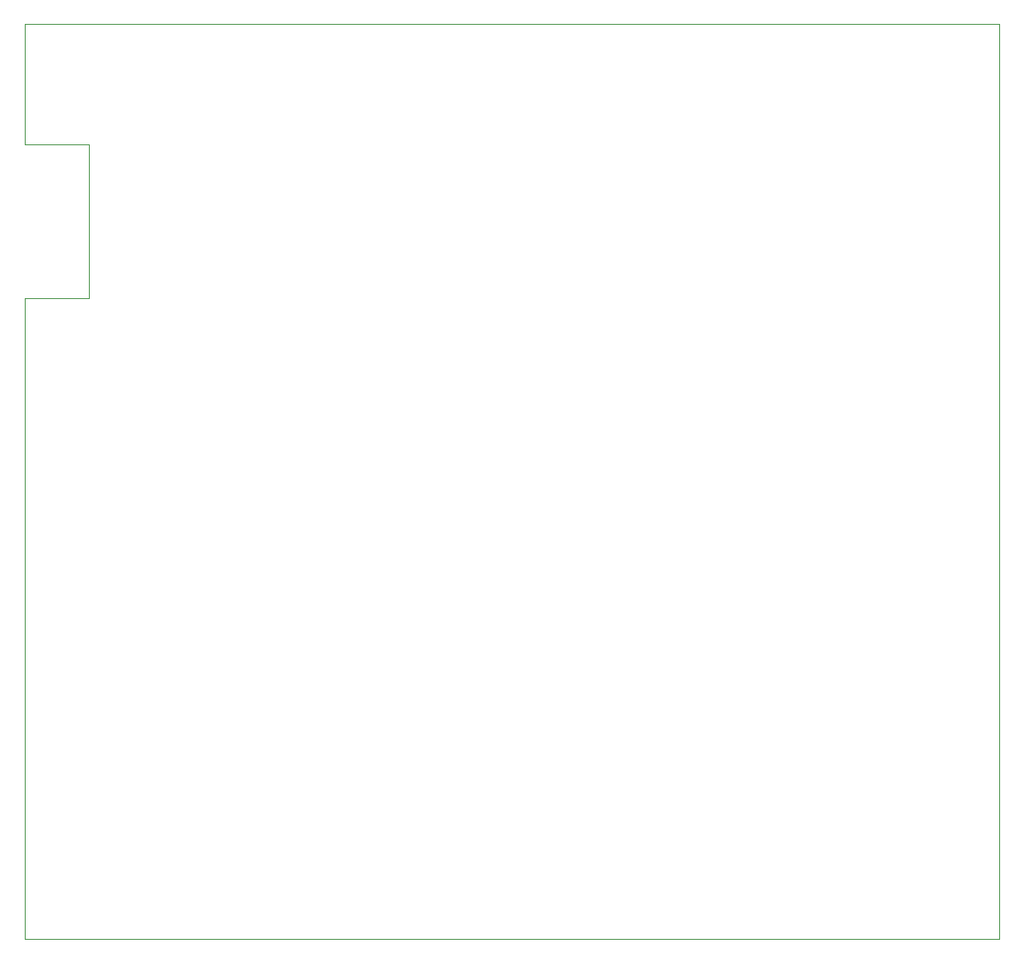
<source format=gm1>
%TF.GenerationSoftware,KiCad,Pcbnew,(6.0.1)*%
%TF.CreationDate,2022-04-25T06:12:33-06:00*%
%TF.ProjectId,ColoradoCUBE_Payload,436f6c6f-7261-4646-9f43-5542455f5061,rev?*%
%TF.SameCoordinates,Original*%
%TF.FileFunction,Profile,NP*%
%FSLAX46Y46*%
G04 Gerber Fmt 4.6, Leading zero omitted, Abs format (unit mm)*
G04 Created by KiCad (PCBNEW (6.0.1)) date 2022-04-25 06:12:33*
%MOMM*%
%LPD*%
G01*
G04 APERTURE LIST*
%TA.AperFunction,Profile*%
%ADD10C,0.100000*%
%TD*%
G04 APERTURE END LIST*
D10*
X200660000Y-41402000D02*
X200660000Y-132080000D01*
X104140000Y-132080000D02*
X104140000Y-68580000D01*
X110490000Y-53340000D02*
X104140000Y-53340000D01*
X200660000Y-132080000D02*
X104140000Y-132080000D01*
X104140000Y-53340000D02*
X104140000Y-41402000D01*
X104140000Y-68580000D02*
X110490000Y-68580000D01*
X104140000Y-41402000D02*
X200660000Y-41402000D01*
X110490000Y-68580000D02*
X110490000Y-53340000D01*
M02*

</source>
